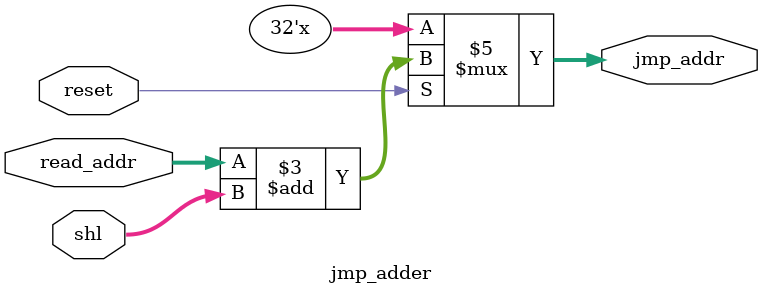
<source format=v>


`timescale 1ns/10ps

module jmp_adder (
    reset,
    read_addr,
    shl,
    jmp_addr
);


input reset;
input [31:0] read_addr;
input [31:0] shl;
output [31:0] jmp_addr;
reg [31:0] jmp_addr;




always @(read_addr, reset, shl) begin: JMP_ADDER_JADDER
    if ((reset == 1)) begin
        jmp_addr = (read_addr + shl);
    end
end

endmodule

</source>
